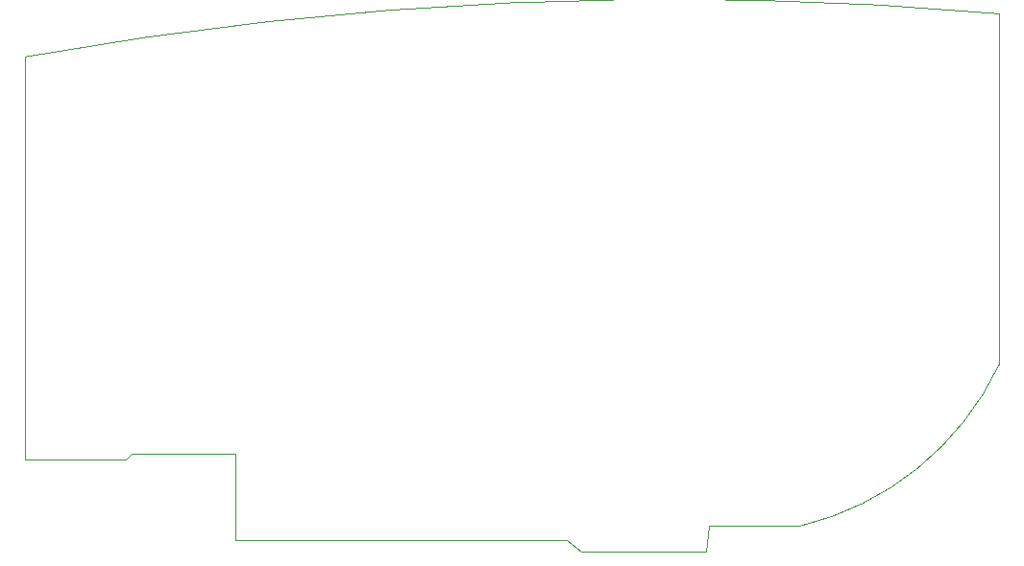
<source format=gbr>
%TF.GenerationSoftware,KiCad,Pcbnew,(6.0.9)*%
%TF.CreationDate,2022-12-16T21:27:41+00:00*%
%TF.ProjectId,PocketSplit-V1,506f636b-6574-4537-906c-69742d56312e,1.0*%
%TF.SameCoordinates,Original*%
%TF.FileFunction,Profile,NP*%
%FSLAX46Y46*%
G04 Gerber Fmt 4.6, Leading zero omitted, Abs format (unit mm)*
G04 Created by KiCad (PCBNEW (6.0.9)) date 2022-12-16 21:27:41*
%MOMM*%
%LPD*%
G01*
G04 APERTURE LIST*
%TA.AperFunction,Profile*%
%ADD10C,0.100000*%
%TD*%
G04 APERTURE END LIST*
D10*
X84455000Y-87630000D02*
X92456000Y-87630000D01*
X71882000Y-88900000D02*
X73152000Y-89916000D01*
X73152000Y-89916000D02*
X84201000Y-89916000D01*
X42672000Y-88900000D02*
X71882000Y-88900000D01*
X33528000Y-81280000D02*
X33020000Y-81788000D01*
X42672000Y-81280000D02*
X33528000Y-81280000D01*
X84201000Y-89916000D02*
X84455000Y-87630000D01*
X109982000Y-42418000D02*
X109982000Y-73406000D01*
X24130000Y-81788000D02*
X24130000Y-46228000D01*
X109982000Y-42418001D02*
G75*
G03*
X24130000Y-46228000I-28734380J-321689589D01*
G01*
X42672000Y-81280000D02*
X42672000Y-88900000D01*
X92455997Y-87629988D02*
G75*
G03*
X109982000Y-73406000I-6060097J25376188D01*
G01*
X33020000Y-81788000D02*
X24130000Y-81788000D01*
M02*

</source>
